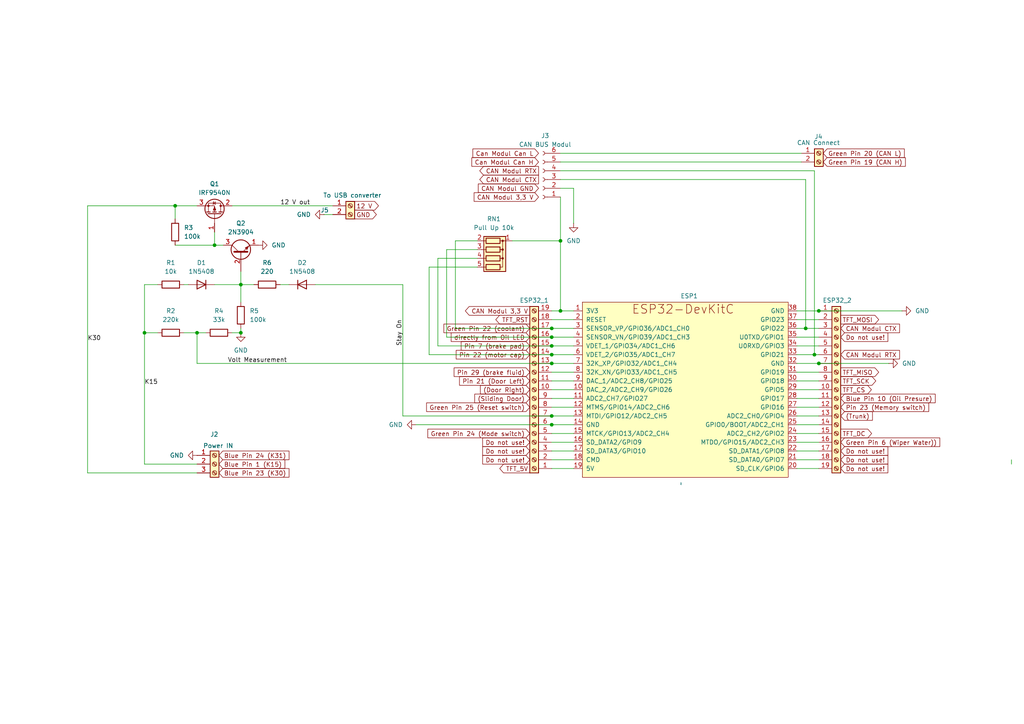
<source format=kicad_sch>
(kicad_sch (version 20231120) (generator "eeschema") (generator_version "8.0")
  (paper "A4")
  (title_block (title "T4_MFA Brakeout Board") (date "30.01.2025") (rev "4") (company "Norbert Schechner") (comment 1 "(c) N. Schechner"))
  (lib_symbols
    (symbol "Connector:Conn_01x06_Socket" (pin_names (offset 1.016) hide)
      (property "Reference" "J" (at 0 7.62 0))
      (property "Value" "Conn_01x06_Socket" (at 0 -10.16 0))
      (symbol "Conn_01x06_Socket_1_1"
        (arc (start 0 -7.112) (mid -0.5058 -7.62) (end 0 -8.128) (stroke (width 0.1524)))
        (arc (start 0 -4.572) (mid -0.5058 -5.08) (end 0 -5.588) (stroke (width 0.1524)))
        (arc (start 0 -2.032) (mid -0.5058 -2.54) (end 0 -3.048) (stroke (width 0.1524)))
        (polyline (pts (xy -1.27 -7.62) (xy -0.508 -7.62)) (stroke (width 0.1524)))
        (polyline (pts (xy -1.27 -5.08) (xy -0.508 -5.08)) (stroke (width 0.1524)))
        (polyline (pts (xy -1.27 -2.54) (xy -0.508 -2.54)) (stroke (width 0.1524)))
        (polyline (pts (xy -1.27 0) (xy -0.508 0)) (stroke (width 0.1524)))
        (polyline (pts (xy -1.27 2.54) (xy -0.508 2.54)) (stroke (width 0.1524)))
        (polyline (pts (xy -1.27 5.08) (xy -0.508 5.08)) (stroke (width 0.1524)))
        (arc (start 0 0.508) (mid -0.5058 0) (end 0 -0.508) (stroke (width 0.1524)))
        (arc (start 0 3.048) (mid -0.5058 2.54) (end 0 2.032) (stroke (width 0.1524)))
        (arc (start 0 5.588) (mid -0.5058 5.08) (end 0 4.572) (stroke (width 0.1524)))
        (pin passive line (at -5.08 5.08 0) (length 3.81) (name "Pin_1") (number "1"))
        (pin passive line (at -5.08 2.54 0) (length 3.81) (name "Pin_2") (number "2"))
        (pin passive line (at -5.08 0 0) (length 3.81) (name "Pin_3") (number "3"))
        (pin passive line (at -5.08 -2.54 0) (length 3.81) (name "Pin_4") (number "4"))
        (pin passive line (at -5.08 -5.08 0) (length 3.81) (name "Pin_5") (number "5"))
        (pin passive line (at -5.08 -7.62 0) (length 3.81) (name "Pin_6") (number "6"))
      )
    )
    (symbol "Connector:Screw_Terminal_01x02" (pin_names (offset 1.016) hide)
      (property "Reference" "J" (at 0 2.54 0))
      (property "Value" "Screw_Terminal_01x02" (at 0 -5.08 0))
      (symbol "Screw_Terminal_01x02_1_1"
        (rectangle (start -1.27 1.27) (end 1.27 -3.81) (stroke (width 0.254)) (fill (type background)))
        (circle (center 0 -2.54) (radius 0.635) (stroke (width 0.1524)))
        (polyline (pts (xy -0.5334 -2.2098) (xy 0.3302 -3.048)) (stroke (width 0.1524)))
        (polyline (pts (xy -0.5334 0.3302) (xy 0.3302 -0.508)) (stroke (width 0.1524)))
        (polyline (pts (xy -0.3556 -2.032) (xy 0.508 -2.8702)) (stroke (width 0.1524)))
        (polyline (pts (xy -0.3556 0.508) (xy 0.508 -0.3302)) (stroke (width 0.1524)))
        (circle (center 0 0) (radius 0.635) (stroke (width 0.1524)))
        (pin passive line (at -5.08 0 0) (length 3.81) (name "Pin_1") (number "1"))
        (pin passive line (at -5.08 -2.54 0) (length 3.81) (name "Pin_2") (number "2"))
      )
    )
    (symbol "Connector:Screw_Terminal_01x03" (pin_names (offset 1.016) hide)
      (property "Reference" "J" (at 0 5.08 0))
      (property "Value" "Screw_Terminal_01x03" (at 0 -5.08 0))
      (symbol "Screw_Terminal_01x03_1_1"
        (rectangle (start -1.27 3.81) (end 1.27 -3.81) (stroke (width 0.254)) (fill (type background)))
        (circle (center 0 -2.54) (radius 0.635) (stroke (width 0.1524)))
        (polyline (pts (xy -0.5334 -2.2098) (xy 0.3302 -3.048)) (stroke (width 0.1524)))
        (polyline (pts (xy -0.5334 0.3302) (xy 0.3302 -0.508)) (stroke (width 0.1524)))
        (polyline (pts (xy -0.5334 2.8702) (xy 0.3302 2.032)) (stroke (width 0.1524)))
        (polyline (pts (xy -0.3556 -2.032) (xy 0.508 -2.8702)) (stroke (width 0.1524)))
        (polyline (pts (xy -0.3556 0.508) (xy 0.508 -0.3302)) (stroke (width 0.1524)))
        (polyline (pts (xy -0.3556 3.048) (xy 0.508 2.2098)) (stroke (width 0.1524)))
        (circle (center 0 0) (radius 0.635) (stroke (width 0.1524)))
        (circle (center 0 2.54) (radius 0.635) (stroke (width 0.1524)))
        (pin passive line (at -5.08 2.54 0) (length 3.81) (name "Pin_1") (number "1"))
        (pin passive line (at -5.08 0 0) (length 3.81) (name "Pin_2") (number "2"))
        (pin passive line (at -5.08 -2.54 0) (length 3.81) (name "Pin_3") (number "3"))
      )
    )
    (symbol "Connector:Screw_Terminal_01x19" (pin_names (offset 1.016) hide)
      (property "Reference" "J" (at 0 25.4 0))
      (property "Value" "Screw_Terminal_01x19" (at 0 -25.4 0))
      (symbol "Screw_Terminal_01x19_1_1"
        (rectangle (start -1.27 24.13) (end 1.27 -24.13) (stroke (width 0.254)) (fill (type background)))
        (circle (center 0 -22.86) (radius 0.635) (stroke (width 0.1524)))
        (circle (center 0 -20.32) (radius 0.635) (stroke (width 0.1524)))
        (circle (center 0 -17.78) (radius 0.635) (stroke (width 0.1524)))
        (circle (center 0 -15.24) (radius 0.635) (stroke (width 0.1524)))
        (circle (center 0 -12.7) (radius 0.635) (stroke (width 0.1524)))
        (circle (center 0 -10.16) (radius 0.635) (stroke (width 0.1524)))
        (circle (center 0 -7.62) (radius 0.635) (stroke (width 0.1524)))
        (circle (center 0 -5.08) (radius 0.635) (stroke (width 0.1524)))
        (circle (center 0 -2.54) (radius 0.635) (stroke (width 0.1524)))
        (polyline (pts (xy -0.5334 -22.5298) (xy 0.3302 -23.368)) (stroke (width 0.1524)))
        (polyline (pts (xy -0.5334 -19.9898) (xy 0.3302 -20.828)) (stroke (width 0.1524)))
        (polyline (pts (xy -0.5334 -17.4498) (xy 0.3302 -18.288)) (stroke (width 0.1524)))
        (polyline (pts (xy -0.5334 -14.9098) (xy 0.3302 -15.748)) (stroke (width 0.1524)))
        (polyline (pts (xy -0.5334 -12.3698) (xy 0.3302 -13.208)) (stroke (width 0.1524)))
        (polyline (pts (xy -0.5334 -9.8298) (xy 0.3302 -10.668)) (stroke (width 0.1524)))
        (polyline (pts (xy -0.5334 -7.2898) (xy 0.3302 -8.128)) (stroke (width 0.1524)))
        (polyline (pts (xy -0.5334 -4.7498) (xy 0.3302 -5.588)) (stroke (width 0.1524)))
        (polyline (pts (xy -0.5334 -2.2098) (xy 0.3302 -3.048)) (stroke (width 0.1524)))
        (polyline (pts (xy -0.5334 0.3302) (xy 0.3302 -0.508)) (stroke (width 0.1524)))
        (polyline (pts (xy -0.5334 2.8702) (xy 0.3302 2.032)) (stroke (width 0.1524)))
        (polyline (pts (xy -0.5334 5.4102) (xy 0.3302 4.572)) (stroke (width 0.1524)))
        (polyline (pts (xy -0.5334 7.9502) (xy 0.3302 7.112)) (stroke (width 0.1524)))
        (polyline (pts (xy -0.5334 10.4902) (xy 0.3302 9.652)) (stroke (width 0.1524)))
        (polyline (pts (xy -0.5334 13.0302) (xy 0.3302 12.192)) (stroke (width 0.1524)))
        (polyline (pts (xy -0.5334 15.5702) (xy 0.3302 14.732)) (stroke (width 0.1524)))
        (polyline (pts (xy -0.5334 18.1102) (xy 0.3302 17.272)) (stroke (width 0.1524)))
        (polyline (pts (xy -0.5334 20.6502) (xy 0.3302 19.812)) (stroke (width 0.1524)))
        (polyline (pts (xy -0.5334 23.1902) (xy 0.3302 22.352)) (stroke (width 0.1524)))
        (polyline (pts (xy -0.3556 -22.352) (xy 0.508 -23.1902)) (stroke (width 0.1524)))
        (polyline (pts (xy -0.3556 -19.812) (xy 0.508 -20.6502)) (stroke (width 0.1524)))
        (polyline (pts (xy -0.3556 -17.272) (xy 0.508 -18.1102)) (stroke (width 0.1524)))
        (polyline (pts (xy -0.3556 -14.732) (xy 0.508 -15.5702)) (stroke (width 0.1524)))
        (polyline (pts (xy -0.3556 -12.192) (xy 0.508 -13.0302)) (stroke (width 0.1524)))
        (polyline (pts (xy -0.3556 -9.652) (xy 0.508 -10.4902)) (stroke (width 0.1524)))
        (polyline (pts (xy -0.3556 -7.112) (xy 0.508 -7.9502)) (stroke (width 0.1524)))
        (polyline (pts (xy -0.3556 -4.572) (xy 0.508 -5.4102)) (stroke (width 0.1524)))
        (polyline (pts (xy -0.3556 -2.032) (xy 0.508 -2.8702)) (stroke (width 0.1524)))
        (polyline (pts (xy -0.3556 0.508) (xy 0.508 -0.3302)) (stroke (width 0.1524)))
        (polyline (pts (xy -0.3556 3.048) (xy 0.508 2.2098)) (stroke (width 0.1524)))
        (polyline (pts (xy -0.3556 5.588) (xy 0.508 4.7498)) (stroke (width 0.1524)))
        (polyline (pts (xy -0.3556 8.128) (xy 0.508 7.2898)) (stroke (width 0.1524)))
        (polyline (pts (xy -0.3556 10.668) (xy 0.508 9.8298)) (stroke (width 0.1524)))
        (polyline (pts (xy -0.3556 13.208) (xy 0.508 12.3698)) (stroke (width 0.1524)))
        (polyline (pts (xy -0.3556 15.748) (xy 0.508 14.9098)) (stroke (width 0.1524)))
        (polyline (pts (xy -0.3556 18.288) (xy 0.508 17.4498)) (stroke (width 0.1524)))
        (polyline (pts (xy -0.3556 20.828) (xy 0.508 19.9898)) (stroke (width 0.1524)))
        (polyline (pts (xy -0.3556 23.368) (xy 0.508 22.5298)) (stroke (width 0.1524)))
        (circle (center 0 0) (radius 0.635) (stroke (width 0.1524)))
        (circle (center 0 2.54) (radius 0.635) (stroke (width 0.1524)))
        (circle (center 0 5.08) (radius 0.635) (stroke (width 0.1524)))
        (circle (center 0 7.62) (radius 0.635) (stroke (width 0.1524)))
        (circle (center 0 10.16) (radius 0.635) (stroke (width 0.1524)))
        (circle (center 0 12.7) (radius 0.635) (stroke (width 0.1524)))
        (circle (center 0 15.24) (radius 0.635) (stroke (width 0.1524)))
        (circle (center 0 17.78) (radius 0.635) (stroke (width 0.1524)))
        (circle (center 0 20.32) (radius 0.635) (stroke (width 0.1524)))
        (circle (center 0 22.86) (radius 0.635) (stroke (width 0.1524)))
        (pin passive line (at -5.08 22.86 0) (length 3.81) (name "Pin_1") (number "1"))
        (pin passive line (at -5.08 0 0) (length 3.81) (name "Pin_10") (number "10"))
        (pin passive line (at -5.08 -2.54 0) (length 3.81) (name "Pin_11") (number "11"))
        (pin passive line (at -5.08 -5.08 0) (length 3.81) (name "Pin_12") (number "12"))
        (pin passive line (at -5.08 -7.62 0) (length 3.81) (name "Pin_13") (number "13"))
        (pin passive line (at -5.08 -10.16 0) (length 3.81) (name "Pin_14") (number "14"))
        (pin passive line (at -5.08 -12.7 0) (length 3.81) (name "Pin_15") (number "15"))
        (pin passive line (at -5.08 -15.24 0) (length 3.81) (name "Pin_16") (number "16"))
        (pin passive line (at -5.08 -17.78 0) (length 3.81) (name "Pin_17") (number "17"))
        (pin passive line (at -5.08 -20.32 0) (length 3.81) (name "Pin_18") (number "18"))
        (pin passive line (at -5.08 -22.86 0) (length 3.81) (name "Pin_19") (number "19"))
        (pin passive line (at -5.08 20.32 0) (length 3.81) (name "Pin_2") (number "2"))
        (pin passive line (at -5.08 17.78 0) (length 3.81) (name "Pin_3") (number "3"))
        (pin passive line (at -5.08 15.24 0) (length 3.81) (name "Pin_4") (number "4"))
        (pin passive line (at -5.08 12.7 0) (length 3.81) (name "Pin_5") (number "5"))
        (pin passive line (at -5.08 10.16 0) (length 3.81) (name "Pin_6") (number "6"))
        (pin passive line (at -5.08 7.62 0) (length 3.81) (name "Pin_7") (number "7"))
        (pin passive line (at -5.08 5.08 0) (length 3.81) (name "Pin_8") (number "8"))
        (pin passive line (at -5.08 2.54 0) (length 3.81) (name "Pin_9") (number "9"))
      )
    )
    (symbol "Device:R" (pin_numbers hide) (pin_names (offset 0))
      (property "Reference" "R" (at 2.032 0 90))
      (property "Value" "R" (at 0 0 90))
      (symbol "R_0_1"
        (rectangle (start -1.016 -2.54) (end 1.016 2.54) (stroke (width 0.254)))
      )
      (symbol "R_1_1"
        (pin passive line (at 0 3.81 270) (length 1.27) (name "~") (number "1"))
        (pin passive line (at 0 -3.81 90) (length 1.27) (name "~") (number "2"))
      )
    )
    (symbol "Device:R_Network04" (pin_names (offset 0) hide)
      (property "Reference" "RN" (at -7.62 0 90))
      (property "Value" "R_Network04" (at 5.08 0 90))
      (symbol "R_Network04_0_1"
        (rectangle (start -6.35 -3.175) (end 3.81 3.175) (stroke (width 0.254)) (fill (type background)))
        (rectangle (start -5.842 1.524) (end -4.318 -2.54) (stroke (width 0.254)))
        (circle (center -5.08 2.286) (radius 0.254) (fill (type outline)))
        (rectangle (start -3.302 1.524) (end -1.778 -2.54) (stroke (width 0.254)))
        (circle (center -2.54 2.286) (radius 0.254) (fill (type outline)))
        (rectangle (start -0.762 1.524) (end 0.762 -2.54) (stroke (width 0.254)))
        (polyline (pts (xy -5.08 -2.54) (xy -5.08 -3.81)))
        (polyline (pts (xy -2.54 -2.54) (xy -2.54 -3.81)))
        (polyline (pts (xy 0 -2.54) (xy 0 -3.81)))
        (polyline (pts (xy 2.54 -2.54) (xy 2.54 -3.81)))
        (polyline (pts (xy -5.08 1.524) (xy -5.08 2.286) (xy -2.54 2.286) (xy -2.54 1.524)))
        (polyline (pts (xy -2.54 1.524) (xy -2.54 2.286) (xy 0 2.286) (xy 0 1.524)))
        (polyline (pts (xy 0 1.524) (xy 0 2.286) (xy 2.54 2.286) (xy 2.54 1.524)))
        (circle (center 0 2.286) (radius 0.254) (fill (type outline)))
        (rectangle (start 1.778 1.524) (end 3.302 -2.54) (stroke (width 0.254)))
      )
      (symbol "R_Network04_1_1"
        (pin passive line (at -5.08 5.08 270) (length 2.54) (name "common") (number "1"))
        (pin passive line (at -5.08 -5.08 90) (length 1.27) (name "R1") (number "2"))
        (pin passive line (at -2.54 -5.08 90) (length 1.27) (name "R2") (number "3"))
        (pin passive line (at 0 -5.08 90) (length 1.27) (name "R3") (number "4"))
        (pin passive line (at 2.54 -5.08 90) (length 1.27) (name "R4") (number "5"))
      )
    )
    (symbol "Diode:1N5408" (pin_numbers hide) (pin_names hide)
      (property "Reference" "D" (at 0 2.54 0))
      (property "Value" "1N5408" (at 0 -2.54 0))
      (symbol "1N5408_0_1"
        (polyline (pts (xy -1.27 1.27) (xy -1.27 -1.27)) (stroke (width 0.254)))
        (polyline (pts (xy 1.27 0) (xy -1.27 0)))
        (polyline (pts (xy 1.27 1.27) (xy 1.27 -1.27) (xy -1.27 0) (xy 1.27 1.27)) (stroke (width 0.254)))
      )
      (symbol "1N5408_1_1"
        (pin passive line (at -3.81 0 0) (length 2.54) (name "K") (number "1"))
        (pin passive line (at 3.81 0 180) (length 2.54) (name "A") (number "2"))
      )
    )
    (symbol "PCM_Espressif:ESP32-DevKitC" (pin_names (offset 1.016))
      (property "Reference" "ESP32" (at -2.794 23.114 0))
      (symbol "ESP32-DevKitC_0_0"
        (text "ESP32-DevKitC" (at 1.27 -23.368 0) (effects (font (size 2.54 2.54))))
        (pin power_in line (at 33.02 10.16 180) (length 2.54) (name "GND") (number "14"))
        (pin power_in line (at 33.02 22.86 180) (length 2.54) (name "5V") (number "19"))
      )
      (symbol "ESP32-DevKitC_0_1"
        (rectangle (start -29.21 25.4) (end 30.48 -25.4) (fill (type background)))
      )
      (symbol "ESP32-DevKitC_1_1"
        (pin power_in line (at 33.02 -22.86 180) (length 2.54) (name "3V3") (number "1"))
        (pin bidirectional line (at 33.02 0 180) (length 2.54) (name "DAC_2/ADC2_CH9/GPIO26") (number "10"))
        (pin bidirectional line (at 33.02 2.54 180) (length 2.54) (name "ADC2_CH7/GPIO27") (number "11"))
        (pin bidirectional line (at 33.02 5.08 180) (length 2.54) (name "MTMS/GPIO14/ADC2_CH6") (number "12"))
        (pin bidirectional line (at 33.02 7.62 180) (length 2.54) (name "MTDI/GPIO12/ADC2_CH5") (number "13"))
        (pin bidirectional line (at 33.02 12.7 180) (length 2.54) (name "MTCK/GPIO13/ADC2_CH4") (number "15"))
        (pin bidirectional line (at 33.02 15.24 180) (length 2.54) (name "SD_DATA2/GPIO9") (number "16"))
        (pin bidirectional line (at 33.02 17.78 180) (length 2.54) (name "SD_DATA3/GPIO10") (number "17"))
        (pin bidirectional line (at 33.02 20.32 180) (length 2.54) (name "CMD") (number "18"))
        (pin input line (at 33.02 -20.32 180) (length 2.54) (name "RESET") (number "2"))
        (pin bidirectional line (at -31.75 22.86 0) (length 2.54) (name "SD_CLK/GPIO6") (number "20"))
        (pin bidirectional line (at -31.75 20.32 0) (length 2.54) (name "SD_DATA0/GPIO7") (number "21"))
        (pin bidirectional line (at -31.75 17.78 0) (length 2.54) (name "SD_DATA1/GPIO8") (number "22"))
        (pin bidirectional line (at -31.75 15.24 0) (length 2.54) (name "MTDO/GPIO15/ADC2_CH3") (number "23"))
        (pin bidirectional line (at -31.75 12.7 0) (length 2.54) (name "ADC2_CH2/GPIO2") (number "24"))
        (pin bidirectional line (at -31.75 10.16 0) (length 2.54) (name "GPIO0/BOOT/ADC2_CH1") (number "25"))
        (pin bidirectional line (at -31.75 7.62 0) (length 2.54) (name "ADC2_CH0/GPIO4") (number "26"))
        (pin bidirectional line (at -31.75 5.08 0) (length 2.54) (name "GPIO16") (number "27"))
        (pin bidirectional line (at -31.75 2.54 0) (length 2.54) (name "GPIO17") (number "28"))
        (pin bidirectional line (at -31.75 0 0) (length 2.54) (name "GPIO5") (number "29"))
        (pin input line (at 33.02 -17.78 180) (length 2.54) (name "SENSOR_VP/GPIO36/ADC1_CH0") (number "3"))
        (pin bidirectional line (at -31.75 -2.54 0) (length 2.54) (name "GPIO18") (number "30"))
        (pin bidirectional line (at -31.75 -5.08 0) (length 2.54) (name "GPIO19") (number "31"))
        (pin passive line (at -31.75 -7.62 0) (length 2.54) (name "GND") (number "32"))
        (pin bidirectional line (at -31.75 -10.16 0) (length 2.54) (name "GPIO21") (number "33"))
        (pin bidirectional line (at -31.75 -12.7 0) (length 2.54) (name "U0RXD/GPIO3") (number "34"))
        (pin bidirectional line (at -31.75 -15.24 0) (length 2.54) (name "U0TXD/GPIO1") (number "35"))
        (pin bidirectional line (at -31.75 -17.78 0) (length 2.54) (name "GPIO22") (number "36"))
        (pin bidirectional line (at -31.75 -20.32 0) (length 2.54) (name "GPIO23") (number "37"))
        (pin passive line (at -31.75 -22.86 0) (length 2.54) (name "GND") (number "38"))
        (pin input line (at 33.02 -15.24 180) (length 2.54) (name "SENSOR_VN/GPIO39/ADC1_CH3") (number "4"))
        (pin input line (at 33.02 -12.7 180) (length 2.54) (name "VDET_1/GPIO34/ADC1_CH6") (number "5"))
        (pin input line (at 33.02 -10.16 180) (length 2.54) (name "VDET_2/GPIO35/ADC1_CH7") (number "6"))
        (pin bidirectional line (at 33.02 -7.62 180) (length 2.54) (name "32K_XP/GPIO32/ADC1_CH4") (number "7"))
        (pin bidirectional line (at 33.02 -5.08 180) (length 2.54) (name "32K_XN/GPIO33/ADC1_CH5") (number "8"))
        (pin bidirectional line (at 33.02 -2.54 180) (length 2.54) (name "DAC_1/ADC2_CH8/GPIO25") (number "9"))
      )
    )
    (symbol "Transistor_BJT:2N3904" (pin_names (offset 0) hide)
      (property "Reference" "Q" (at 5.08 1.905 0))
      (property "Value" "2N3904" (at 5.08 0 0))
      (symbol "2N3904_0_1"
        (polyline (pts (xy 0.635 0.635) (xy 2.54 2.54)))
        (polyline (pts (xy 0.635 -0.635) (xy 2.54 -2.54) (xy 2.54 -2.54)))
        (polyline (pts (xy 0.635 1.905) (xy 0.635 -1.905) (xy 0.635 -1.905)) (stroke (width 0.508)))
        (polyline (pts (xy 1.27 -1.778) (xy 1.778 -1.27) (xy 2.286 -2.286) (xy 1.27 -1.778) (xy 1.27 -1.778)) (fill (type outline)))
        (circle (center 1.27 0) (radius 2.8194) (stroke (width 0.254)))
      )
      (symbol "2N3904_1_1"
        (pin passive line (at 2.54 -5.08 90) (length 2.54) (name "E") (number "1"))
        (pin passive line (at -5.08 0 0) (length 5.715) (name "B") (number "2"))
        (pin passive line (at 2.54 5.08 270) (length 2.54) (name "C") (number "3"))
      )
    )
    (symbol "Transistor_FET:IRF9540N" (pin_names hide)
      (property "Reference" "Q" (at 5.08 1.905 0))
      (property "Value" "IRF9540N" (at 5.08 0 0))
      (symbol "IRF9540N_0_1"
        (polyline (pts (xy 0.254 0) (xy -2.54 0)))
        (polyline (pts (xy 0.254 1.905) (xy 0.254 -1.905)) (stroke (width 0.254)))
        (polyline (pts (xy 0.762 -1.27) (xy 0.762 -2.286)) (stroke (width 0.254)))
        (polyline (pts (xy 0.762 0.508) (xy 0.762 -0.508)) (stroke (width 0.254)))
        (polyline (pts (xy 0.762 2.286) (xy 0.762 1.27)) (stroke (width 0.254)))
        (polyline (pts (xy 2.54 2.54) (xy 2.54 1.778)))
        (polyline (pts (xy 2.54 -2.54) (xy 2.54 0) (xy 0.762 0)))
        (polyline (pts (xy 0.762 1.778) (xy 3.302 1.778) (xy 3.302 -1.778) (xy 0.762 -1.778)))
        (polyline (pts (xy 2.286 0) (xy 1.27 0.381) (xy 1.27 -0.381) (xy 2.286 0)) (fill (type outline)))
        (polyline (pts (xy 2.794 -0.508) (xy 2.921 -0.381) (xy 3.683 -0.381) (xy 3.81 -0.254)))
        (polyline (pts (xy 3.302 -0.381) (xy 2.921 0.254) (xy 3.683 0.254) (xy 3.302 -0.381)))
        (circle (center 1.651 0) (radius 2.794) (stroke (width 0.254)))
        (circle (center 2.54 -1.778) (radius 0.254) (fill (type outline)))
        (circle (center 2.54 1.778) (radius 0.254) (fill (type outline)))
      )
      (symbol "IRF9540N_1_1"
        (pin input line (at -5.08 0 0) (length 2.54) (name "G") (number "1"))
        (pin passive line (at 2.54 5.08 270) (length 2.54) (name "D") (number "2"))
        (pin passive line (at 2.54 -5.08 90) (length 2.54) (name "S") (number "3"))
      )
    )
    (symbol "power:GND" (power) (pin_numbers hide) (pin_names (offset 0) hide)
      (property "Value" "GND" (at 0 -3.81 0))
      (symbol "GND_0_1"
        (polyline (pts (xy 0 0) (xy 0 -1.27) (xy 1.27 -1.27) (xy 0 -2.54) (xy -1.27 -1.27) (xy 0 -1.27)))
      )
      (symbol "GND_1_1"
        (pin power_in line (at 0 0 270) (length 0) (name "~") (number "1"))
      )
    )
  )
  (junction (at 160.02 102.87))
  (junction (at 160.02 123.19))
  (junction (at 160.02 120.65))
  (junction (at 233.68 95.25))
  (junction (at 237.49 90.17))
  (junction (at 162.56 69.85))
  (junction (at 41.91 96.52))
  (junction (at 237.49 105.41))
  (junction (at 160.02 105.41))
  (junction (at 160.02 95.25))
  (junction (at 50.8 59.69))
  (junction (at 57.15 96.52))
  (junction (at 69.85 82.55))
  (junction (at 162.56 90.17))
  (junction (at 69.85 96.52))
  (junction (at 62.23 71.12))
  (junction (at 236.22 102.87))
  (junction (at 160.02 100.33))
  (junction (at 160.02 97.79))
  (wire (pts (xy 64.77 71.12) (xy 62.23 71.12)))
  (wire (pts (xy 50.8 59.69) (xy 50.8 63.5)))
  (wire (pts (xy 166.37 133.35) (xy 160.02 133.35)))
  (wire (pts (xy 57.15 105.41) (xy 160.02 105.41)))
  (wire (pts (xy 81.28 82.55) (xy 83.82 82.55)))
  (wire (pts (xy 120.65 123.19) (xy 160.02 123.19)))
  (wire (pts (xy 237.49 115.57) (xy 231.14 115.57)))
  (wire (pts (xy 162.56 69.85) (xy 162.56 90.17)))
  (wire (pts (xy 127 74.93) (xy 138.43 74.93)))
  (wire (pts (xy 237.49 105.41) (xy 257.81 105.41)))
  (wire (pts (xy 237.49 120.65) (xy 231.14 120.65)))
  (wire (pts (xy 162.56 44.45) (xy 232.41 44.45)))
  (wire (pts (xy 41.91 82.55) (xy 45.72 82.55)))
  (wire (pts (xy 162.56 46.99) (xy 232.41 46.99)))
  (wire (pts (xy 25.4 59.69) (xy 50.8 59.69)))
  (wire (pts (xy 57.15 134.62) (xy 41.91 134.62)))
  (wire (pts (xy 166.37 130.81) (xy 160.02 130.81)))
  (wire (pts (xy 237.49 133.35) (xy 231.14 133.35)))
  (wire (pts (xy 69.85 82.55) (xy 73.66 82.55)))
  (wire (pts (xy 132.08 69.85) (xy 138.43 69.85)))
  (wire (pts (xy 233.68 52.07) (xy 162.56 52.07)))
  (wire (pts (xy 231.14 90.17) (xy 237.49 90.17)))
  (wire (pts (xy 62.23 67.31) (xy 62.23 71.12)))
  (wire (pts (xy 237.49 118.11) (xy 231.14 118.11)))
  (wire (pts (xy 233.68 52.07) (xy 233.68 95.25)))
  (wire (pts (xy 57.15 137.16) (xy 25.4 137.16)))
  (wire (pts (xy 132.08 95.25) (xy 160.02 95.25)))
  (wire (pts (xy 41.91 96.52) (xy 45.72 96.52)))
  (wire (pts (xy 166.37 92.71) (xy 160.02 92.71)))
  (wire (pts (xy 160.02 123.19) (xy 166.37 123.19)))
  (wire (pts (xy 237.49 130.81) (xy 231.14 130.81)))
  (wire (pts (xy 293.37 134.62) (xy 293.37 133.35)))
  (wire (pts (xy 67.31 59.69) (xy 96.52 59.69)))
  (wire (pts (xy 237.49 125.73) (xy 231.14 125.73)))
  (wire (pts (xy 160.02 100.33) (xy 166.37 100.33)))
  (wire (pts (xy 160.02 120.65) (xy 166.37 120.65)))
  (wire (pts (xy 162.56 90.17) (xy 160.02 90.17)))
  (wire (pts (xy 236.22 49.53) (xy 236.22 102.87)))
  (wire (pts (xy 69.85 82.55) (xy 69.85 87.63)))
  (wire (pts (xy 166.37 128.27) (xy 160.02 128.27)))
  (wire (pts (xy 148.59 69.85) (xy 162.56 69.85)))
  (wire (pts (xy 67.31 96.52) (xy 69.85 96.52)))
  (wire (pts (xy 166.37 54.61) (xy 166.37 64.77)))
  (wire (pts (xy 50.8 59.69) (xy 57.15 59.69)))
  (wire (pts (xy 166.37 125.73) (xy 160.02 125.73)))
  (wire (pts (xy 231.14 95.25) (xy 233.68 95.25)))
  (wire (pts (xy 124.46 102.87) (xy 160.02 102.87)))
  (wire (pts (xy 69.85 95.25) (xy 69.85 96.52)))
  (wire (pts (xy 127 100.33) (xy 160.02 100.33)))
  (wire (pts (xy 166.37 118.11) (xy 160.02 118.11)))
  (wire (pts (xy 53.34 82.55) (xy 54.61 82.55)))
  (wire (pts (xy 237.49 128.27) (xy 231.14 128.27)))
  (wire (pts (xy 237.49 135.89) (xy 231.14 135.89)))
  (wire (pts (xy 160.02 102.87) (xy 166.37 102.87)))
  (wire (pts (xy 129.54 72.39) (xy 138.43 72.39)))
  (wire (pts (xy 166.37 90.17) (xy 162.56 90.17)))
  (wire (pts (xy 231.14 102.87) (xy 236.22 102.87)))
  (wire (pts (xy 41.91 82.55) (xy 41.91 96.52)))
  (wire (pts (xy 62.23 82.55) (xy 69.85 82.55)))
  (wire (pts (xy 116.84 120.65) (xy 160.02 120.65)))
  (wire (pts (xy 237.49 110.49) (xy 231.14 110.49)))
  (wire (pts (xy 57.15 96.52) (xy 59.69 96.52)))
  (wire (pts (xy 91.44 82.55) (xy 116.84 82.55)))
  (wire (pts (xy 162.56 57.15) (xy 162.56 69.85)))
  (wire (pts (xy 129.54 72.39) (xy 129.54 97.79)))
  (wire (pts (xy 116.84 82.55) (xy 116.84 120.65)))
  (wire (pts (xy 233.68 95.25) (xy 237.49 95.25)))
  (wire (pts (xy 162.56 54.61) (xy 166.37 54.61)))
  (wire (pts (xy 129.54 97.79) (xy 160.02 97.79)))
  (wire (pts (xy 237.49 100.33) (xy 231.14 100.33)))
  (wire (pts (xy 237.49 107.95) (xy 231.14 107.95)))
  (wire (pts (xy 237.49 123.19) (xy 231.14 123.19)))
  (wire (pts (xy 124.46 77.47) (xy 138.43 77.47)))
  (wire (pts (xy 166.37 110.49) (xy 160.02 110.49)))
  (wire (pts (xy 53.34 96.52) (xy 57.15 96.52)))
  (wire (pts (xy 166.37 135.89) (xy 160.02 135.89)))
  (wire (pts (xy 231.14 105.41) (xy 237.49 105.41)))
  (wire (pts (xy 162.56 49.53) (xy 236.22 49.53)))
  (wire (pts (xy 50.8 71.12) (xy 62.23 71.12)))
  (wire (pts (xy 57.15 96.52) (xy 57.15 105.41)))
  (wire (pts (xy 237.49 97.79) (xy 231.14 97.79)))
  (wire (pts (xy 237.49 92.71) (xy 231.14 92.71)))
  (wire (pts (xy 160.02 97.79) (xy 166.37 97.79)))
  (wire (pts (xy 160.02 105.41) (xy 166.37 105.41)))
  (wire (pts (xy 96.52 62.23) (xy 93.98 62.23)))
  (wire (pts (xy 237.49 90.17) (xy 261.62 90.17)))
  (wire (pts (xy 237.49 113.03) (xy 231.14 113.03)))
  (wire (pts (xy 25.4 59.69) (xy 25.4 137.16)))
  (wire (pts (xy 69.85 78.74) (xy 69.85 82.55)))
  (wire (pts (xy 132.08 95.25) (xy 132.08 69.85)))
  (wire (pts (xy 236.22 102.87) (xy 237.49 102.87)))
  (wire (pts (xy 160.02 95.25) (xy 166.37 95.25)))
  (wire (pts (xy 41.91 96.52) (xy 41.91 134.62)))
  (wire (pts (xy 166.37 113.03) (xy 160.02 113.03)))
  (wire (pts (xy 124.46 77.47) (xy 124.46 102.87)))
  (wire (pts (xy 127 74.93) (xy 127 100.33)))
  (wire (pts (xy 166.37 107.95) (xy 160.02 107.95)))
  (wire (pts (xy 166.37 115.57) (xy 160.02 115.57)))
  (label "12 V out" (at 81.28 59.69 0))
  (label "Stay On" (at 116.84 100.33 90))
  (label "K30" (at 25.4 99.06 0))
  (label "K15" (at 41.91 111.76 0))
  (label "Volt Measurement" (at 66.04 105.41 0))
  (global_label "(Sliding Door)" (shape input) (at 153.67 115.57 180) (property "Intersheetrefs" "${INTERSHEET_REFS}" (effects (hide yes))))
  (global_label "(Trunk)" (shape input) (at 243.84 120.65 0) (property "Intersheetrefs" "${INTERSHEET_REFS}" (effects (hide yes))))
  (global_label "Pin 23 (Memory switch)" (shape input) (at 243.84 118.11 0) (property "Intersheetrefs" "${INTERSHEET_REFS}" (effects (hide yes))))
  (global_label "Do not use!" (shape input) (at 153.67 133.35 180) (property "Intersheetrefs" "${INTERSHEET_REFS}" (effects (hide yes))))
  (global_label "TFT_SCK" (shape output) (at 243.84 110.49 0) (property "Intersheetrefs" "${INTERSHEET_REFS}" (effects (hide yes))))
  (global_label "CAN Modul CTX" (shape input) (at 243.84 95.25 0) (property "Intersheetrefs" "${INTERSHEET_REFS}" (effects (hide yes))))
  (global_label "CAN Modul CTX" (shape output) (at 156.21 52.07 180) (property "Intersheetrefs" "${INTERSHEET_REFS}" (effects (hide yes))))
  (global_label "Pin 29 (brake fluid)" (shape input) (at 153.67 107.95 180) (property "Intersheetrefs" "${INTERSHEET_REFS}" (effects (hide yes))))
  (global_label "CAN Modul RTX" (shape output) (at 156.21 49.53 180) (property "Intersheetrefs" "${INTERSHEET_REFS}" (effects (hide yes))))
  (global_label "TFT_MOSI" (shape output) (at 243.84 92.71 0) (property "Intersheetrefs" "${INTERSHEET_REFS}" (effects (hide yes))))
  (global_label "Green Pin 19 (CAN H)" (shape input) (at 238.76 46.99 0) (property "Intersheetrefs" "${INTERSHEET_REFS}" (effects (hide yes))))
  (global_label "Green Pin 20 (CAN L)" (shape input) (at 238.76 44.45 0) (property "Intersheetrefs" "${INTERSHEET_REFS}" (effects (hide yes))))
  (global_label "TFT_CS" (shape output) (at 243.84 113.03 0) (property "Intersheetrefs" "${INTERSHEET_REFS}" (effects (hide yes))))
  (global_label "Do not use!" (shape input) (at 153.67 130.81 180) (property "Intersheetrefs" "${INTERSHEET_REFS}" (effects (hide yes))))
  (global_label "Do not use!" (shape input) (at 153.67 128.27 180) (property "Intersheetrefs" "${INTERSHEET_REFS}" (effects (hide yes))))
  (global_label "CAN Modul 3,3 V" (shape input) (at 156.21 57.15 180) (property "Intersheetrefs" "${INTERSHEET_REFS}" (effects (hide yes))))
  (global_label "directly from Oil LED" (shape input) (at 153.67 97.79 180) (property "Intersheetrefs" "${INTERSHEET_REFS}" (effects (hide yes))))
  (global_label "Pin 7 (brake pad)" (shape input) (at 153.67 100.33 180) (property "Intersheetrefs" "${INTERSHEET_REFS}" (effects (hide yes))))
  (global_label "Blue Pin 10 (Oil Presure)" (shape input) (at 243.84 115.57 0) (property "Intersheetrefs" "${INTERSHEET_REFS}" (effects (hide yes))))
  (global_label "CAN Modul GND" (shape input) (at 156.21 54.61 180) (property "Intersheetrefs" "${INTERSHEET_REFS}" (effects (hide yes))))
  (global_label "Pin 22 (motor cap)" (shape input) (at 153.67 102.87 180) (property "Intersheetrefs" "${INTERSHEET_REFS}" (effects (hide yes))))
  (global_label "Green Pin 24 (Mode switch)" (shape input) (at 153.67 125.73 180) (property "Intersheetrefs" "${INTERSHEET_REFS}" (effects (hide yes))))
  (global_label "Do not use!" (shape input) (at 243.84 97.79 0) (property "Intersheetrefs" "${INTERSHEET_REFS}" (effects (hide yes))))
  (global_label "TFT_5V" (shape output) (at 153.67 135.89 180) (property "Intersheetrefs" "${INTERSHEET_REFS}" (effects (hide yes))))
  (global_label "Green Pin 22 (coolant)" (shape input) (at 153.67 95.25 180) (property "Intersheetrefs" "${INTERSHEET_REFS}" (effects (hide yes))))
  (global_label "Can Modul Can L" (shape input) (at 156.21 44.45 180) (property "Intersheetrefs" "${INTERSHEET_REFS}" (effects (hide yes))))
  (global_label "Pin 21 (Door Left)" (shape input) (at 153.67 110.49 180) (property "Intersheetrefs" "${INTERSHEET_REFS}" (effects (hide yes))))
  (global_label "Can Modul Can H" (shape input) (at 156.21 46.99 180) (property "Intersheetrefs" "${INTERSHEET_REFS}" (effects (hide yes))))
  (global_label "Do not use!" (shape input) (at 243.84 135.89 0) (property "Intersheetrefs" "${INTERSHEET_REFS}" (effects (hide yes))))
  (global_label "(Door Right)" (shape input) (at 153.67 113.03 180) (property "Intersheetrefs" "${INTERSHEET_REFS}" (effects (hide yes))))
  (global_label "Do not use!" (shape input) (at 243.84 133.35 0) (property "Intersheetrefs" "${INTERSHEET_REFS}" (effects (hide yes))))
  (global_label "TFT_MISO" (shape output) (at 243.84 107.95 0) (property "Intersheetrefs" "${INTERSHEET_REFS}" (effects (hide yes))))
  (global_label "Blue Pin 1 (K15)" (shape input) (at 63.5 134.62 0) (property "Intersheetrefs" "${INTERSHEET_REFS}" (effects (hide yes))))
  (global_label "Green Pin 25 (Reset switch)" (shape input) (at 153.67 118.11 180) (property "Intersheetrefs" "${INTERSHEET_REFS}" (effects (hide yes))))
  (global_label "Do not use!" (shape input) (at 243.84 130.81 0) (property "Intersheetrefs" "${INTERSHEET_REFS}" (effects (hide yes))))
  (global_label "12 V" (shape output) (at 102.87 59.69 0) (property "Intersheetrefs" "${INTERSHEET_REFS}" (effects (hide yes))))
  (global_label "CAN Modul RTX" (shape input) (at 243.84 102.87 0) (property "Intersheetrefs" "${INTERSHEET_REFS}" (effects (hide yes))))
  (global_label "TFT_RST" (shape output) (at 153.67 92.71 180) (property "Intersheetrefs" "${INTERSHEET_REFS}" (effects (hide yes))))
  (global_label "TFT_DC" (shape output) (at 243.84 125.73 0) (property "Intersheetrefs" "${INTERSHEET_REFS}" (effects (hide yes))))
  (global_label "GND" (shape output) (at 102.87 62.23 0) (property "Intersheetrefs" "${INTERSHEET_REFS}" (effects (hide yes))))
  (global_label "Green Pin 6 (Wiper Water))" (shape input) (at 243.84 128.27 0) (property "Intersheetrefs" "${INTERSHEET_REFS}" (effects (hide yes))))
  (global_label "Blue Pin 24 (K31)" (shape input) (at 63.5 132.08 0) (property "Intersheetrefs" "${INTERSHEET_REFS}" (effects (hide yes))))
  (global_label "Blue Pin 23 (K30)" (shape input) (at 63.5 137.16 0) (property "Intersheetrefs" "${INTERSHEET_REFS}" (effects (hide yes))))
  (global_label "CAN Modul 3,3 V" (shape output) (at 153.67 90.17 180) (property "Intersheetrefs" "${INTERSHEET_REFS}" (effects (hide yes))))
  (symbol (lib_id "Diode:1N5408") (at 87.63 82.55 0) (unit 1)
    (property "Reference" "D2" (at 87.63 76.2 0))
    (property "Value" "1N5408" (at 87.63 78.74 0))
    (property "Footprint" "Diode_THT:D_DO-201AD_P15.24mm_Horizontal" (effects (hide yes)))
    (property "Datasheet" "http://www.vishay.com/docs/88516/1n5400.pdf" (effects (hide yes)))
    (property "Description" "1000V 3A General Purpose Rectifier Diode, DO-201AD" (effects (hide yes)))
    (property "Sim.Device" "D" (effects (hide yes)))
    (property "Sim.Pins" "1=K 2=A" (effects (hide yes)))
  )
  (symbol (lib_id "Connector:Screw_Terminal_01x19") (at 242.57 113.03 0) (unit 1)
    (property "Reference" "ESP32_2" (at 242.824 87.122 0))
    (property "Value" "Screw_Terminal_01x19" (effects (hide yes)))
    (property "Footprint" "Connector_Molex:Molex_SL_171971-0019_1x19_P2.54mm_Vertical" (effects (hide yes)))
    (property "Description" "Generic screw terminal, single row, 01x19, script generated (kicad-library-utils/schlib/autogen/connector/)" (effects (hide yes)))
  )
  (symbol (lib_id "Device:R") (at 77.47 82.55 90) (unit 1)
    (property "Reference" "R6" (at 77.47 76.2 90))
    (property "Value" "220" (at 77.47 78.74 90))
    (property "Footprint" "Resistor_THT:R_Axial_DIN0309_L9.0mm_D3.2mm_P12.70mm_Horizontal" (effects (hide yes)))
    (property "Description" "Resistor" (effects (hide yes)))
  )
  (symbol (lib_id "power:GND") (at 74.93 71.12 90) (unit 1)
    (property "Reference" "#PWR02" (effects (hide yes)))
    (property "Value" "GND" (at 78.74 71.1199 90) (effects (justify right)))
    (property "Description" "Power symbol creates a global label with name \"GND\" , ground" (effects (hide yes)))
  )
  (symbol (lib_id "Diode:1N5408") (at 58.42 82.55 180) (unit 1)
    (property "Reference" "D1" (at 58.42 76.2 0))
    (property "Value" "1N5408" (at 58.42 78.74 0))
    (property "Footprint" "Diode_THT:D_DO-201AD_P15.24mm_Horizontal" (effects (hide yes)))
    (property "Datasheet" "http://www.vishay.com/docs/88516/1n5400.pdf" (effects (hide yes)))
    (property "Description" "1000V 3A General Purpose Rectifier Diode, DO-201AD" (effects (hide yes)))
    (property "Sim.Device" "D" (effects (hide yes)))
    (property "Sim.Pins" "1=K 2=A" (effects (hide yes)))
  )
  (symbol (lib_id "power:GND") (at 69.85 96.52 0) (unit 1)
    (property "Reference" "#PWR03" (effects (hide yes)))
    (property "Value" "GND" (at 69.85 101.6 0))
    (property "Description" "Power symbol creates a global label with name \"GND\" , ground" (effects (hide yes)))
  )
  (symbol (lib_id "Connector:Conn_01x06_Socket") (at 157.48 52.07 180) (unit 1)
    (property "Reference" "J3" (at 158.115 39.37 0))
    (property "Value" "CAN BUS Modul" (at 158.115 41.91 0))
    (property "Footprint" "Connector_PinSocket_2.54mm:PinSocket_1x06_P2.54mm_Vertical" (effects (hide yes)))
    (property "Description" "Generic connector, single row, 01x06, script generated" (effects (hide yes)))
  )
  (symbol (lib_id "power:GND") (at 93.98 62.23 270) (unit 1)
    (property "Reference" "#PWR01" (effects (hide yes)))
    (property "Value" "GND" (at 90.17 62.2299 90) (effects (justify right)))
    (property "Description" "Power symbol creates a global label with name \"GND\" , ground" (effects (hide yes)))
  )
  (symbol (lib_id "Connector:Screw_Terminal_01x03") (at 62.23 134.62 0) (unit 1)
    (property "Reference" "J2" (at 60.96 125.984 0) (effects (justify left)))
    (property "Value" "Power IN" (at 58.928 129.286 0) (effects (justify left)))
    (property "Footprint" "Connector_Molex:Molex_KK-254_AE-6410-03A_1x03_P2.54mm_Vertical" (effects (hide yes)))
    (property "Description" "Generic screw terminal, single row, 01x03, script generated (kicad-library-utils/schlib/autogen/connector/)" (effects (hide yes)))
  )
  (symbol (lib_id "power:GND") (at 57.15 132.08 270) (unit 1)
    (property "Reference" "#PWR04" (effects (hide yes)))
    (property "Value" "GND" (at 53.34 132.0799 90) (effects (justify right)))
    (property "Description" "Power symbol creates a global label with name \"GND\" , ground" (effects (hide yes)))
  )
  (symbol (lib_id "Device:R") (at 63.5 96.52 90) (unit 1)
    (property "Reference" "R4" (at 63.5 90.17 90))
    (property "Value" "33k" (at 63.5 92.71 90))
    (property "Footprint" "Resistor_THT:R_Axial_DIN0309_L9.0mm_D3.2mm_P12.70mm_Horizontal" (effects (hide yes)))
    (property "Description" "Resistor" (effects (hide yes)))
  )
  (symbol (lib_id "Device:R") (at 49.53 82.55 90) (unit 1)
    (property "Reference" "R1" (at 49.53 76.2 90))
    (property "Value" "10k" (at 49.53 78.74 90))
    (property "Footprint" "Resistor_THT:R_Axial_DIN0309_L9.0mm_D3.2mm_P12.70mm_Horizontal" (effects (hide yes)))
    (property "Description" "Resistor" (effects (hide yes)))
  )
  (symbol (lib_id "Device:R_Network04") (at 143.51 74.93 270) (unit 1)
    (property "Reference" "RN1" (at 143.256 63.5 90))
    (property "Value" "Pull Up 10k" (at 143.256 66.04 90))
    (property "Footprint" "Resistor_THT:R_Array_SIP5" (effects (hide yes)))
    (property "Datasheet" "http://www.vishay.com/docs/31509/csc.pdf" (effects (hide yes)))
    (property "Description" "4 resistor network, star topology, bussed resistors, small symbol" (effects (hide yes)))
  )
  (symbol (lib_id "Device:R") (at 69.85 91.44 0) (unit 1)
    (property "Reference" "R5" (at 72.39 90.1699 0) (effects (justify left)))
    (property "Value" "100k" (at 72.39 92.7099 0) (effects (justify left)))
    (property "Footprint" "Resistor_THT:R_Axial_DIN0309_L9.0mm_D3.2mm_P12.70mm_Horizontal" (effects (hide yes)))
    (property "Description" "Resistor" (effects (hide yes)))
  )
  (symbol (lib_id "Connector:Screw_Terminal_01x02") (at 101.6 59.69 0) (unit 1)
    (property "Reference" "J5" (at 92.964 60.96 0) (effects (justify left)))
    (property "Value" "To USB converter" (at 93.726 56.642 0) (effects (justify left)))
    (property "Footprint" "Connector_Molex:Molex_KK-254_AE-6410-02A_1x02_P2.54mm_Vertical" (effects (hide yes)))
    (property "Description" "Generic screw terminal, single row, 01x02, script generated (kicad-library-utils/schlib/autogen/connector/)" (effects (hide yes)))
  )
  (symbol (lib_id "Transistor_FET:IRF9540N") (at 62.23 62.23 270) (mirror x) (unit 1)
    (property "Reference" "Q1" (at 62.23 53.34 90))
    (property "Value" "IRF9540N" (at 62.23 55.88 90))
    (property "Footprint" "Package_TO_SOT_THT:TO-220-3_Vertical" (effects (hide yes)))
    (property "Datasheet" "http://www.irf.com/product-info/datasheets/data/irf9540n.pdf" (effects (hide yes)))
    (property "Description" "-23A Id, -100V Vds, 117mOhm Rds, P-Channel HEXFET Power MOSFET, TO-220" (effects (hide yes)))
  )
  (symbol (lib_id "power:GND") (at 120.65 123.19 270) (unit 1)
    (property "Reference" "#PWR05" (effects (hide yes)))
    (property "Value" "GND" (at 116.84 123.1899 90) (effects (justify right)))
    (property "Description" "Power symbol creates a global label with name \"GND\" , ground" (effects (hide yes)))
  )
  (symbol (lib_id "Connector:Screw_Terminal_01x19") (at 154.94 113.03 180) (unit 1)
    (property "Reference" "ESP32_1" (at 154.94 87.122 0))
    (property "Value" "Screw_Terminal_01x19" (effects (hide yes)))
    (property "Footprint" "Connector_Molex:Molex_SL_171971-0019_1x19_P2.54mm_Vertical" (effects (hide yes)))
    (property "Description" "Generic screw terminal, single row, 01x19, script generated (kicad-library-utils/schlib/autogen/connector/)" (effects (hide yes)))
  )
  (symbol (lib_id "power:GND") (at 257.81 105.41 90) (unit 1)
    (property "Reference" "#PWR08" (effects (hide yes)))
    (property "Value" "GND" (at 261.62 105.4099 90) (effects (justify right)))
    (property "Description" "Power symbol creates a global label with name \"GND\" , ground" (effects (hide yes)))
  )
  (symbol (lib_id "power:GND") (at 166.37 64.77 0) (unit 1)
    (property "Reference" "#PWR06" (effects (hide yes)))
    (property "Value" "GND" (at 166.37 69.85 0))
    (property "Description" "Power symbol creates a global label with name \"GND\" , ground" (effects (hide yes)))
  )
  (symbol (lib_id "Device:R") (at 49.53 96.52 90) (unit 1)
    (property "Reference" "R2" (at 49.53 90.17 90))
    (property "Value" "220k" (at 49.53 92.71 90))
    (property "Footprint" "Resistor_THT:R_Axial_DIN0309_L9.0mm_D3.2mm_P12.70mm_Horizontal" (effects (hide yes)))
    (property "Description" "Resistor" (effects (hide yes)))
  )
  (symbol (lib_id "Connector:Screw_Terminal_01x02") (at 237.49 44.45 0) (unit 1)
    (property "Reference" "J4" (at 236.22 39.624 0) (effects (justify left)))
    (property "Value" "CAN Connect" (at 231.14 41.402 0) (effects (justify left)))
    (property "Footprint" "Connector_Molex:Molex_KK-254_AE-6410-02A_1x02_P2.54mm_Vertical" (effects (hide yes)))
    (property "Description" "Generic screw terminal, single row, 01x02, script generated (kicad-library-utils/schlib/autogen/connector/)" (effects (hide yes)))
  )
  (symbol (lib_id "Device:R") (at 50.8 67.31 0) (unit 1)
    (property "Reference" "R3" (at 53.34 66.0399 0) (effects (justify left)))
    (property "Value" "100k" (at 53.34 68.5799 0) (effects (justify left)))
    (property "Footprint" "Resistor_THT:R_Axial_DIN0309_L9.0mm_D3.2mm_P12.70mm_Horizontal" (effects (hide yes)))
    (property "Description" "Resistor" (effects (hide yes)))
  )
  (symbol (lib_id "power:GND") (at 261.62 90.17 90) (unit 1)
    (property "Reference" "#PWR07" (effects (hide yes)))
    (property "Value" "GND" (at 265.43 90.1699 90) (effects (justify right)))
    (property "Description" "Power symbol creates a global label with name \"GND\" , ground" (effects (hide yes)))
  )
  (symbol (lib_id "PCM_Espressif:ESP32-DevKitC") (at 199.39 113.03 180) (unit 1)
    (property "Reference" "ESP1" (at 202.438 85.852 0) (effects (justify left)))
    (property "Value" "~" (at 197.485 139.7 90) (effects (justify left)))
    (property "Footprint" "PCM_Espressif:ESP32-DevKitC" (effects (hide yes)))
  )
  (symbol (lib_id "Transistor_BJT:2N3904") (at 69.85 73.66 90) (unit 1)
    (property "Reference" "Q2" (at 69.85 64.77 90))
    (property "Value" "2N3904" (at 69.85 67.31 90))
    (property "Footprint" "Package_TO_SOT_THT:TO-92_Inline" (effects (hide yes)))
    (property "Datasheet" "https://www.onsemi.com/pub/Collateral/2N3903-D.PDF" (effects (hide yes)))
    (property "Description" "0.2A Ic, 40V Vce, Small Signal NPN Transistor, TO-92" (effects (hide yes)))
  )
)
</source>
